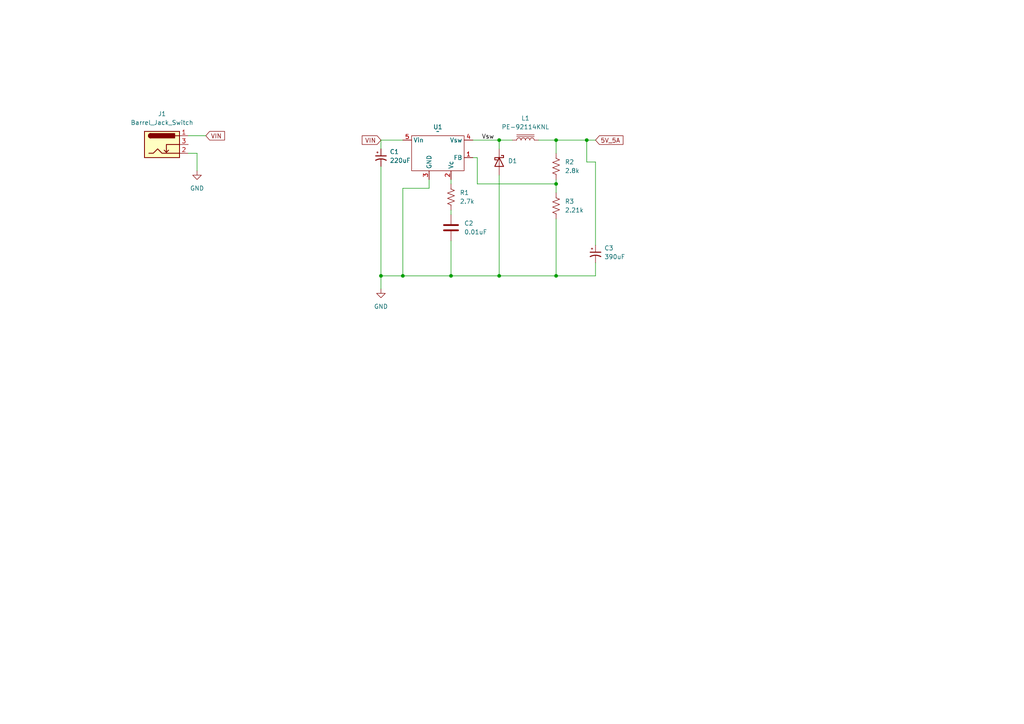
<source format=kicad_sch>
(kicad_sch (version 20230121) (generator eeschema)
  (paper "A4")
  (lib_symbols
    (symbol "Connector:Barrel_Jack_Switch" (pin_names hide)
      (property "Reference" "J" (at 0 5.334 0))
      (property "Value" "Barrel_Jack_Switch" (at 0 -5.08 0))
      (symbol "Barrel_Jack_Switch_0_1"
        (rectangle (start -5.08 3.81) (end 5.08 -3.81) (stroke (width 0.254)) (fill (type background)))
        (arc (start -3.302 3.175) (mid -3.9343 2.54) (end -3.302 1.905) (stroke (width 0.254)))
        (arc (start -3.302 3.175) (mid -3.9343 2.54) (end -3.302 1.905) (stroke (width 0.254)) (fill (type outline)))
        (polyline (pts (xy 1.27 -2.286) (xy 1.905 -1.651)) (stroke (width 0.254)))
        (polyline (pts (xy 5.08 2.54) (xy 3.81 2.54)) (stroke (width 0.254)))
        (polyline (pts (xy 5.08 0) (xy 1.27 0) (xy 1.27 -2.286) (xy 0.635 -1.651)) (stroke (width 0.254)))
        (polyline (pts (xy -3.81 -2.54) (xy -2.54 -2.54) (xy -1.27 -1.27) (xy 0 -2.54) (xy 2.54 -2.54) (xy 5.08 -2.54)) (stroke (width 0.254)))
        (rectangle (start 3.683 3.175) (end -3.302 1.905) (stroke (width 0.254)) (fill (type outline)))
      )
      (symbol "Barrel_Jack_Switch_1_1"
        (pin passive line (at 7.62 2.54 180) (length 2.54) (name "~") (number "1"))
        (pin passive line (at 7.62 -2.54 180) (length 2.54) (name "~") (number "2"))
        (pin passive line (at 7.62 0 180) (length 2.54) (name "~") (number "3"))
      )
    )
    (symbol "Device:C" (pin_numbers hide) (pin_names (offset 0.254))
      (property "Reference" "C" (at 0.635 2.54 0))
      (property "Value" "C" (at 0.635 -2.54 0))
      (symbol "C_0_1"
        (polyline (pts (xy -2.032 -0.762) (xy 2.032 -0.762)) (stroke (width 0.508)))
        (polyline (pts (xy -2.032 0.762) (xy 2.032 0.762)) (stroke (width 0.508)))
      )
      (symbol "C_1_1"
        (pin passive line (at 0 3.81 270) (length 2.794) (name "~") (number "1"))
        (pin passive line (at 0 -3.81 90) (length 2.794) (name "~") (number "2"))
      )
    )
    (symbol "Device:C_Polarized_Small_US" (pin_numbers hide) (pin_names (offset 0.254) hide)
      (property "Reference" "C" (at 0.254 1.778 0))
      (property "Value" "C_Polarized_Small_US" (at 0.254 -2.032 0))
      (symbol "C_Polarized_Small_US_0_1"
        (polyline (pts (xy -1.524 0.508) (xy 1.524 0.508)) (stroke (width 0.3048)))
        (polyline (pts (xy -1.27 1.524) (xy -0.762 1.524)))
        (polyline (pts (xy -1.016 1.27) (xy -1.016 1.778)))
        (arc (start 1.524 -0.762) (mid 0 -0.3734) (end -1.524 -0.762) (stroke (width 0.3048)))
      )
      (symbol "C_Polarized_Small_US_1_1"
        (pin passive line (at 0 2.54 270) (length 2.032) (name "~") (number "1"))
        (pin passive line (at 0 -2.54 90) (length 2.032) (name "~") (number "2"))
      )
    )
    (symbol "Device:D_Schottky" (pin_numbers hide) (pin_names (offset 1.016) hide)
      (property "Reference" "D1" (at 0 2.54 0))
      (symbol "D_Schottky_0_1"
        (polyline (pts (xy 1.27 0) (xy -1.27 0)))
        (polyline (pts (xy 1.27 1.27) (xy 1.27 -1.27) (xy -1.27 0) (xy 1.27 1.27)) (stroke (width 0.254)))
        (polyline (pts (xy -1.905 0.635) (xy -1.905 1.27) (xy -1.27 1.27) (xy -1.27 -1.27) (xy -0.635 -1.27) (xy -0.635 -0.635)) (stroke (width 0.254)))
      )
      (symbol "D_Schottky_1_1"
        (pin passive line (at -3.81 0 0) (length 2.54) (name "K") (number "1"))
        (pin passive line (at 3.81 0 180) (length 2.54) (name "A") (number "2"))
      )
    )
    (symbol "Device:L_Iron" (pin_numbers hide) (pin_names (offset 1.016) hide)
      (property "Reference" "L" (at -1.27 0 90))
      (property "Value" "L_Iron" (at 2.794 0 90))
      (symbol "L_Iron_0_1"
        (arc (start 0 -2.54) (mid 0.6323 -1.905) (end 0 -1.27))
        (arc (start 0 -1.27) (mid 0.6323 -0.635) (end 0 0))
        (polyline (pts (xy 1.016 2.54) (xy 1.016 -2.54)))
        (polyline (pts (xy 1.524 -2.54) (xy 1.524 2.54)))
        (arc (start 0 0) (mid 0.6323 0.635) (end 0 1.27))
        (arc (start 0 1.27) (mid 0.6323 1.905) (end 0 2.54))
      )
      (symbol "L_Iron_1_1"
        (pin passive line (at 0 3.81 270) (length 1.27) (name "1") (number "1"))
        (pin passive line (at 0 -3.81 90) (length 1.27) (name "2") (number "2"))
      )
    )
    (symbol "Device:R_US" (pin_numbers hide) (pin_names (offset 0))
      (property "Reference" "R" (at 2.54 0 90))
      (property "Value" "R_US" (at -2.54 0 90))
      (symbol "R_US_0_1"
        (polyline (pts (xy 0 -2.286) (xy 0 -2.54)))
        (polyline (pts (xy 0 2.286) (xy 0 2.54)))
        (polyline (pts (xy 0 -0.762) (xy 1.016 -1.143) (xy 0 -1.524) (xy -1.016 -1.905) (xy 0 -2.286)))
        (polyline (pts (xy 0 0.762) (xy 1.016 0.381) (xy 0 0) (xy -1.016 -0.381) (xy 0 -0.762)))
        (polyline (pts (xy 0 2.286) (xy 1.016 1.905) (xy 0 1.524) (xy -1.016 1.143) (xy 0 0.762)))
      )
      (symbol "R_US_1_1"
        (pin passive line (at 0 3.81 270) (length 1.27) (name "~") (number "1"))
        (pin passive line (at 0 -3.81 90) (length 1.27) (name "~") (number "2"))
      )
    )
    (symbol "Regulator_Switching:LT1074"
      (property "Reference" "U" (at 0 0 0))
      (symbol "LT1074_0_1"
        (rectangle (start -7.62 -1.27) (end 7.62 -11.43))
      )
      (symbol "LT1074_1_1"
        (pin input line (at 10.16 -7.62 180) (length 2.54) (name "FB") (number "1"))
        (pin input line (at 3.81 -13.97 90) (length 2.54) (name "Vc") (number "2"))
        (pin power_in line (at -2.54 -13.97 90) (length 2.54) (name "GND") (number "3"))
        (pin input line (at 10.16 -2.54 180) (length 2.54) (name "Vsw") (number "4"))
        (pin power_in line (at -10.16 -2.54 0) (length 2.54) (name "Vin") (number "5"))
      )
    )
    (symbol "power:GND" (power) (pin_names (offset 0))
      (property "Value" "GND" (at 0 -3.81 0))
      (symbol "GND_0_1"
        (polyline (pts (xy 0 0) (xy 0 -1.27) (xy 1.27 -1.27) (xy 0 -2.54) (xy -1.27 -1.27) (xy 0 -1.27)))
      )
      (symbol "GND_1_1"
        (pin power_in line (at 0 0 270) (length 0) hide (name "GND") (number "1"))
      )
    )
  )
  (junction (at 116.84 80.01))
  (junction (at 130.81 80.01))
  (junction (at 144.78 80.01))
  (junction (at 161.29 53.34))
  (junction (at 110.49 80.01))
  (junction (at 144.78 40.64))
  (junction (at 170.18 40.64))
  (junction (at 161.29 80.01))
  (junction (at 161.29 40.64))
  (wire (pts (xy 161.29 53.34) (xy 161.29 55.88)))
  (wire (pts (xy 110.49 80.01) (xy 116.84 80.01)))
  (wire (pts (xy 138.43 45.72) (xy 138.43 53.34)))
  (wire (pts (xy 144.78 80.01) (xy 130.81 80.01)))
  (wire (pts (xy 116.84 80.01) (xy 116.84 54.61)))
  (wire (pts (xy 110.49 48.26) (xy 110.49 80.01)))
  (wire (pts (xy 170.18 46.99) (xy 170.18 40.64)))
  (wire (pts (xy 138.43 53.34) (xy 161.29 53.34)))
  (wire (pts (xy 144.78 40.64) (xy 148.59 40.64)))
  (wire (pts (xy 144.78 50.8) (xy 144.78 80.01)))
  (wire (pts (xy 172.72 46.99) (xy 170.18 46.99)))
  (wire (pts (xy 161.29 40.64) (xy 170.18 40.64)))
  (wire (pts (xy 144.78 40.64) (xy 137.16 40.64)))
  (wire (pts (xy 130.81 80.01) (xy 116.84 80.01)))
  (wire (pts (xy 130.81 60.96) (xy 130.81 62.23)))
  (wire (pts (xy 110.49 80.01) (xy 110.49 83.82)))
  (wire (pts (xy 161.29 40.64) (xy 161.29 44.45)))
  (wire (pts (xy 57.15 44.45) (xy 57.15 49.53)))
  (wire (pts (xy 170.18 40.64) (xy 172.72 40.64)))
  (wire (pts (xy 124.46 54.61) (xy 116.84 54.61)))
  (wire (pts (xy 144.78 43.18) (xy 144.78 40.64)))
  (wire (pts (xy 54.61 39.37) (xy 59.69 39.37)))
  (wire (pts (xy 161.29 52.07) (xy 161.29 53.34)))
  (wire (pts (xy 172.72 76.2) (xy 172.72 80.01)))
  (wire (pts (xy 156.21 40.64) (xy 161.29 40.64)))
  (wire (pts (xy 54.61 44.45) (xy 57.15 44.45)))
  (wire (pts (xy 130.81 69.85) (xy 130.81 80.01)))
  (wire (pts (xy 172.72 71.12) (xy 172.72 46.99)))
  (wire (pts (xy 137.16 45.72) (xy 138.43 45.72)))
  (wire (pts (xy 161.29 63.5) (xy 161.29 80.01)))
  (wire (pts (xy 144.78 80.01) (xy 161.29 80.01)))
  (wire (pts (xy 116.84 40.64) (xy 110.49 40.64)))
  (wire (pts (xy 110.49 40.64) (xy 110.49 43.18)))
  (wire (pts (xy 130.81 52.07) (xy 130.81 53.34)))
  (wire (pts (xy 161.29 80.01) (xy 172.72 80.01)))
  (wire (pts (xy 124.46 52.07) (xy 124.46 54.61)))
  (label "Vsw" (at 139.7 40.64 0))
  (global_label "VIN" (shape input) (at 110.49 40.64 180) (property "Intersheetrefs" "${INTERSHEET_REFS}" (effects hide)))
  (global_label "VIN" (shape input) (at 59.69 39.37 0) (property "Intersheetrefs" "${INTERSHEET_REFS}" (effects hide)))
  (global_label "5V_5A" (shape input) (at 172.72 40.64 0) (property "Intersheetrefs" "${INTERSHEET_REFS}" (effects hide)))
  (symbol (lib_id "Connector:Barrel_Jack_Switch") (at 46.99 41.91 0) (unit 1)
    (property "Reference" "J1" (at 46.99 33.02 0))
    (property "Value" "Barrel_Jack_Switch" (at 46.99 35.56 0))
    (property "Footprint" "Connector_BarrelJack:BarrelJack_Wuerth_6941xx301002" (effects hide))
  )
  (symbol (lib_id "Regulator_Switching:LT1074") (at 127 38.1 0) (unit 1)
    (property "Reference" "U1" (at 127 36.83 0))
    (property "Value" "~" (at 127 38.1 0))
    (property "Footprint" "Package_TO_SOT_THT:TO-220-5_P3.4x3.8mm_StaggerOdd_Lead7.13mm_TabDown" (effects hide))
    (property "Datasheet" "https://www.analog.com/media/en/technical-documentation/data-sheets/1074fds.pdf" (effects hide))
  )
  (symbol (lib_id "Device:R_US") (at 161.29 48.26 0) (unit 1)
    (property "Reference" "R2" (at 163.83 46.99 0) (effects (justify left)))
    (property "Value" "2.8k" (at 163.83 49.53 0) (effects (justify left)))
    (property "Footprint" "Resistor_SMD:R_0603_1608Metric" (effects hide))
  )
  (symbol (lib_id "Device:R_US") (at 161.29 59.69 0) (unit 1)
    (property "Reference" "R3" (at 163.83 58.42 0) (effects (justify left)))
    (property "Value" "2.21k" (at 163.83 60.96 0) (effects (justify left)))
    (property "Footprint" "Resistor_SMD:R_0603_1608Metric" (effects hide))
  )
  (symbol (lib_id "Device:D_Schottky") (at 144.78 46.99 270) (unit 1)
    (property "Reference" "D1" (at 147.32 46.6725 90) (effects (justify left)))
    (property "Value" "D_Schottky" (effects hide))
    (property "Footprint" "Diode_SMD:SK34BQ-L" (effects hide))
    (property "Datasheet" "https://www.mccsemi.com/pdf/Products/SK34BQ-L_SK36BQ-L(SMB).pdf" (effects hide))
    (property "PN" "SK34BQ-L" (effects hide))
  )
  (symbol (lib_id "Device:L_Iron") (at 152.4 40.64 90) (unit 1)
    (property "Reference" "L1" (at 152.4 34.29 90))
    (property "Value" "PE-92114KNL" (at 152.4 36.83 90))
    (property "Footprint" "Inductor_THT:PE-92114" (effects hide))
    (property "Datasheet" "https://productfinder.pulseelectronics.com/api/open/part-attachments/datasheet/PE-92114KNL" (effects hide))
    (property "PN" "PE-92114KNL" (effects hide))
  )
  (symbol (lib_id "Device:C") (at 130.81 66.04 0) (unit 1)
    (property "Reference" "C2" (at 134.62 64.77 0) (effects (justify left)))
    (property "Value" "0.01uF" (at 134.62 67.31 0) (effects (justify left)))
    (property "Footprint" "Capacitor_SMD:C_0603_1608Metric" (effects hide))
  )
  (symbol (lib_id "power:GND") (at 57.15 49.53 0) (unit 1)
    (property "Reference" "#PWR01" (effects hide))
    (property "Value" "GND" (at 57.15 54.61 0))
  )
  (symbol (lib_id "Device:R_US") (at 130.81 57.15 0) (unit 1)
    (property "Reference" "R1" (at 133.35 55.88 0) (effects (justify left)))
    (property "Value" "2.7k" (at 133.35 58.42 0) (effects (justify left)))
    (property "Footprint" "Resistor_SMD:R_0603_1608Metric" (effects hide))
  )
  (symbol (lib_id "Device:C_Polarized_Small_US") (at 110.49 45.72 0) (unit 1)
    (property "Reference" "C1" (at 113.03 44.0182 0) (effects (justify left)))
    (property "Value" "220uF" (at 113.03 46.5582 0) (effects (justify left)))
    (property "Footprint" "Capacitor_SMD:CP_Elec_10x10.5" (effects hide))
    (property "Datasheet" "https://mm.digikey.com/Volume0/opasdata/d220001/medias/docus/2172/S_Series,Type_V_Rev2018.pdf" (effects hide))
    (property "PN" "EEE-1HA221P" (effects hide))
  )
  (symbol (lib_id "power:GND") (at 110.49 83.82 0) (unit 1)
    (property "Reference" "#PWR02" (effects hide))
    (property "Value" "GND" (at 110.49 88.9 0))
  )
  (symbol (lib_id "Device:C_Polarized_Small_US") (at 172.72 73.66 0) (unit 1)
    (property "Reference" "C3" (at 175.26 71.9582 0) (effects (justify left)))
    (property "Value" "390uF" (at 175.26 74.4982 0) (effects (justify left)))
    (property "Footprint" "Capacitor_SMD:CP_Elec_10x10.5" (effects hide))
    (property "Datasheet" "https://industrial.panasonic.com/ww/products/pt/aluminum-cap-smd/models/EEEFPV391UAP" (effects hide))
    (property "PN" "EEEFPV391UAP" (effects hide))
  )
)
</source>
